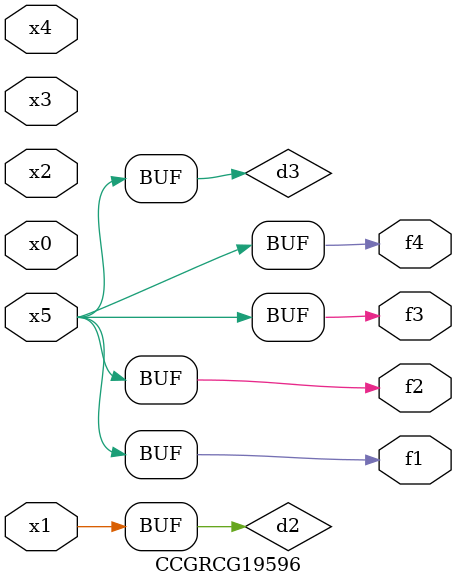
<source format=v>
module CCGRCG19596(
	input x0, x1, x2, x3, x4, x5,
	output f1, f2, f3, f4
);

	wire d1, d2, d3;

	not (d1, x5);
	or (d2, x1);
	xnor (d3, d1);
	assign f1 = d3;
	assign f2 = d3;
	assign f3 = d3;
	assign f4 = d3;
endmodule

</source>
